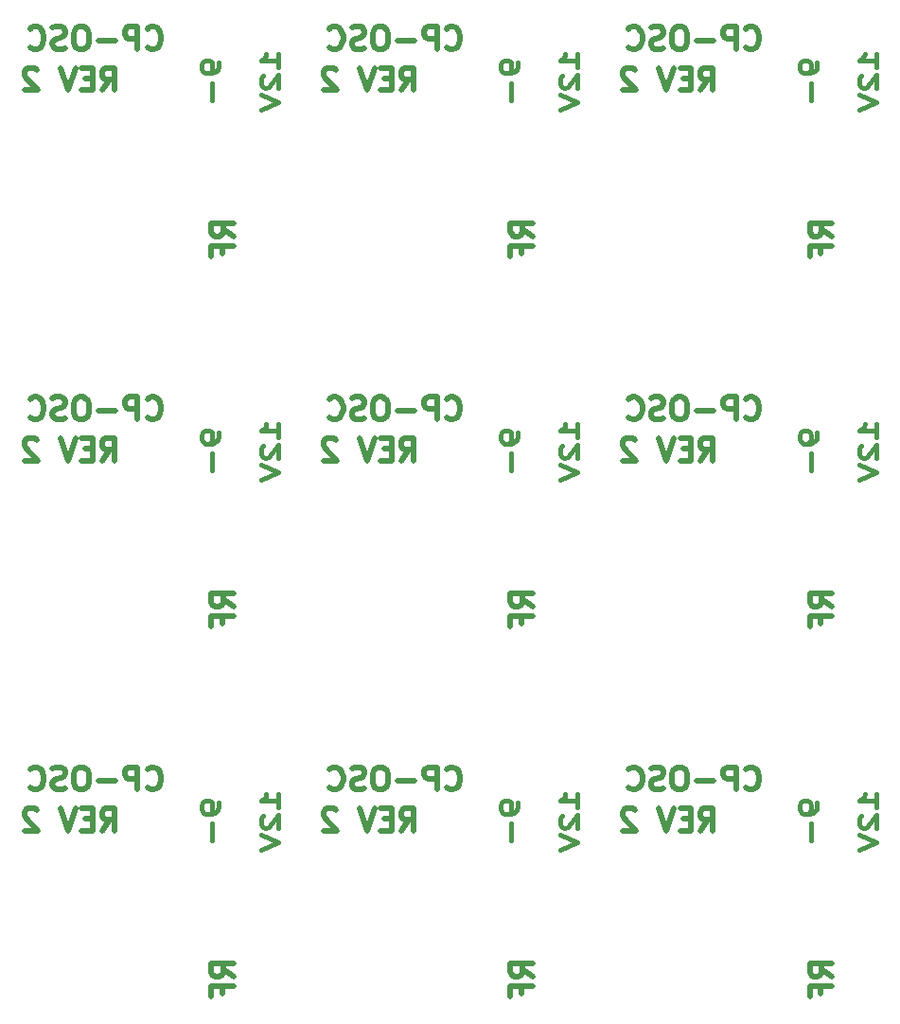
<source format=gbo>
%MOIN*%
%OFA0B0*%
%FSLAX46Y46*%
%IPPOS*%
%LPD*%
%ADD10C,0.01968503937007874*%
%ADD11C,0.015000000000000001*%
%ADD22C,0.01968503937007874*%
%ADD23C,0.015000000000000001*%
%ADD24C,0.01968503937007874*%
%ADD25C,0.015000000000000001*%
%ADD26C,0.01968503937007874*%
%ADD27C,0.015000000000000001*%
%ADD28C,0.01968503937007874*%
%ADD29C,0.015000000000000001*%
%ADD30C,0.01968503937007874*%
%ADD31C,0.015000000000000001*%
%ADD32C,0.01968503937007874*%
%ADD33C,0.015000000000000001*%
%ADD34C,0.01968503937007874*%
%ADD35C,0.015000000000000001*%
%ADD36C,0.01968503937007874*%
%ADD37C,0.015000000000000001*%
G01*
D10*
X0000781620Y0000360373D02*
X0000744125Y0000386620D01*
X0000781620Y0000405368D02*
X0000702880Y0000405368D01*
X0000702880Y0000375371D01*
X0000706629Y0000367872D01*
X0000710379Y0000364123D01*
X0000717878Y0000360373D01*
X0000729127Y0000360373D01*
X0000736626Y0000364123D01*
X0000740375Y0000367872D01*
X0000744125Y0000375371D01*
X0000744125Y0000405368D01*
X0000740375Y0000300381D02*
X0000740375Y0000326628D01*
X0000781620Y0000326628D02*
X0000702880Y0000326628D01*
X0000702880Y0000289132D01*
D11*
X0000729142Y0000971742D02*
X0000729142Y0000956743D01*
X0000726285Y0000949244D01*
X0000723428Y0000945495D01*
X0000714857Y0000937996D01*
X0000703428Y0000934246D01*
X0000680571Y0000934246D01*
X0000674857Y0000937996D01*
X0000672000Y0000941745D01*
X0000669142Y0000949244D01*
X0000669142Y0000964242D01*
X0000672000Y0000971742D01*
X0000674857Y0000975491D01*
X0000680571Y0000979241D01*
X0000694857Y0000979241D01*
X0000700571Y0000975491D01*
X0000703428Y0000971742D01*
X0000706285Y0000964242D01*
X0000706285Y0000949244D01*
X0000703428Y0000941745D01*
X0000700571Y0000937996D01*
X0000694857Y0000934246D01*
X0000706285Y0000900500D02*
X0000706285Y0000840508D01*
X0000939142Y0000956743D02*
X0000939142Y0001001738D01*
X0000939142Y0000979241D02*
X0000879142Y0000979241D01*
X0000887714Y0000986740D01*
X0000893428Y0000994239D01*
X0000896285Y0001001738D01*
X0000884857Y0000926747D02*
X0000882000Y0000922998D01*
X0000879142Y0000915499D01*
X0000879142Y0000896751D01*
X0000882000Y0000889252D01*
X0000884857Y0000885502D01*
X0000890571Y0000881753D01*
X0000896285Y0000881753D01*
X0000904857Y0000885502D01*
X0000939142Y0000930497D01*
X0000939142Y0000881753D01*
X0000879142Y0000859256D02*
X0000939142Y0000833009D01*
X0000879142Y0000806762D01*
D10*
X0000476852Y0001026878D02*
X0000480601Y0001023129D01*
X0000491850Y0001019379D01*
X0000499349Y0001019379D01*
X0000510598Y0001023129D01*
X0000518097Y0001030628D01*
X0000521846Y0001038127D01*
X0000525596Y0001053125D01*
X0000525596Y0001064373D01*
X0000521846Y0001079371D01*
X0000518097Y0001086871D01*
X0000510598Y0001094370D01*
X0000499349Y0001098119D01*
X0000491850Y0001098119D01*
X0000480601Y0001094370D01*
X0000476852Y0001090620D01*
X0000443106Y0001019379D02*
X0000443106Y0001098119D01*
X0000413110Y0001098119D01*
X0000405611Y0001094370D01*
X0000401861Y0001090620D01*
X0000398112Y0001083121D01*
X0000398112Y0001071872D01*
X0000401861Y0001064373D01*
X0000405611Y0001060624D01*
X0000413110Y0001056874D01*
X0000443106Y0001056874D01*
X0000364366Y0001049375D02*
X0000304373Y0001049375D01*
X0000251880Y0001098119D02*
X0000236882Y0001098119D01*
X0000229383Y0001094370D01*
X0000221884Y0001086871D01*
X0000218134Y0001071872D01*
X0000218134Y0001045626D01*
X0000221884Y0001030628D01*
X0000229383Y0001023129D01*
X0000236882Y0001019379D01*
X0000251880Y0001019379D01*
X0000259379Y0001023129D01*
X0000266878Y0001030628D01*
X0000270628Y0001045626D01*
X0000270628Y0001071872D01*
X0000266878Y0001086871D01*
X0000259379Y0001094370D01*
X0000251880Y0001098119D01*
X0000188138Y0001023129D02*
X0000176889Y0001019379D01*
X0000158142Y0001019379D01*
X0000150642Y0001023129D01*
X0000146893Y0001026878D01*
X0000143143Y0001034377D01*
X0000143143Y0001041876D01*
X0000146893Y0001049375D01*
X0000150642Y0001053125D01*
X0000158142Y0001056874D01*
X0000173140Y0001060624D01*
X0000180639Y0001064373D01*
X0000184388Y0001068123D01*
X0000188138Y0001075622D01*
X0000188138Y0001083121D01*
X0000184388Y0001090620D01*
X0000180639Y0001094370D01*
X0000173140Y0001098119D01*
X0000154392Y0001098119D01*
X0000143143Y0001094370D01*
X0000064403Y0001026878D02*
X0000068153Y0001023129D01*
X0000079401Y0001019379D01*
X0000086900Y0001019379D01*
X0000098149Y0001023129D01*
X0000105648Y0001030628D01*
X0000109398Y0001038127D01*
X0000113147Y0001053125D01*
X0000113147Y0001064373D01*
X0000109398Y0001079371D01*
X0000105648Y0001086871D01*
X0000098149Y0001094370D01*
X0000086900Y0001098119D01*
X0000079401Y0001098119D01*
X0000068153Y0001094370D01*
X0000064403Y0001090620D01*
X0000317485Y0000874379D02*
X0000343732Y0000911874D01*
X0000362480Y0000874379D02*
X0000362480Y0000953119D01*
X0000332484Y0000953119D01*
X0000324985Y0000949370D01*
X0000321235Y0000945620D01*
X0000317485Y0000938121D01*
X0000317485Y0000926872D01*
X0000321235Y0000919373D01*
X0000324985Y0000915624D01*
X0000332484Y0000911874D01*
X0000362480Y0000911874D01*
X0000283740Y0000915624D02*
X0000257493Y0000915624D01*
X0000246244Y0000874379D02*
X0000283740Y0000874379D01*
X0000283740Y0000953119D01*
X0000246244Y0000953119D01*
X0000223747Y0000953119D02*
X0000197500Y0000874379D01*
X0000171254Y0000953119D01*
X0000088764Y0000945620D02*
X0000085014Y0000949370D01*
X0000077515Y0000953119D01*
X0000058768Y0000953119D01*
X0000051269Y0000949370D01*
X0000047519Y0000945620D01*
X0000043770Y0000938121D01*
X0000043770Y0000930622D01*
X0000047519Y0000919373D01*
X0000092514Y0000874379D01*
X0000043770Y0000874379D01*
G04 next file*
G04 #@! TF.GenerationSoftware,KiCad,Pcbnew,(5.1.10)-1*
G04 #@! TF.CreationDate,2021-09-19T13:10:19-04:00*
G04 #@! TF.ProjectId,CP-OSC,43502d4f-5343-42e6-9b69-6361645f7063,1*
G04 #@! TF.SameCoordinates,PX8c7ecc0PY46649b0*
G04 #@! TF.FileFunction,Legend,Bot*
G04 #@! TF.FilePolarity,Positive*
G04 Gerber Fmt 4.6, Leading zero omitted, Abs format (unit mm)*
G04 Created by KiCad (PCBNEW (5.1.10)-1) date 2021-09-19 13:10:19*
G01*
G04 APERTURE LIST*
G04 APERTURE END LIST*
D22*
X0000781620Y0001664114D02*
X0000744125Y0001690360D01*
X0000781620Y0001709108D02*
X0000702880Y0001709108D01*
X0000702880Y0001679112D01*
X0000706629Y0001671613D01*
X0000710379Y0001667863D01*
X0000717878Y0001664114D01*
X0000729127Y0001664114D01*
X0000736626Y0001667863D01*
X0000740375Y0001671613D01*
X0000744125Y0001679112D01*
X0000744125Y0001709108D01*
X0000740375Y0001604121D02*
X0000740375Y0001630368D01*
X0000781620Y0001630368D02*
X0000702880Y0001630368D01*
X0000702880Y0001592872D01*
D23*
X0000729142Y0002275482D02*
X0000729142Y0002260484D01*
X0000726285Y0002252985D01*
X0000723428Y0002249235D01*
X0000714857Y0002241736D01*
X0000703428Y0002237986D01*
X0000680571Y0002237986D01*
X0000674857Y0002241736D01*
X0000672000Y0002245485D01*
X0000669142Y0002252985D01*
X0000669142Y0002267983D01*
X0000672000Y0002275482D01*
X0000674857Y0002279231D01*
X0000680571Y0002282981D01*
X0000694857Y0002282981D01*
X0000700571Y0002279231D01*
X0000703428Y0002275482D01*
X0000706285Y0002267983D01*
X0000706285Y0002252985D01*
X0000703428Y0002245485D01*
X0000700571Y0002241736D01*
X0000694857Y0002237986D01*
X0000706285Y0002204241D02*
X0000706285Y0002144248D01*
X0000939142Y0002260484D02*
X0000939142Y0002305478D01*
X0000939142Y0002282981D02*
X0000879142Y0002282981D01*
X0000887714Y0002290480D01*
X0000893428Y0002297979D01*
X0000896285Y0002305478D01*
X0000884857Y0002230487D02*
X0000882000Y0002226738D01*
X0000879142Y0002219239D01*
X0000879142Y0002200491D01*
X0000882000Y0002192992D01*
X0000884857Y0002189242D01*
X0000890571Y0002185493D01*
X0000896285Y0002185493D01*
X0000904857Y0002189242D01*
X0000939142Y0002234237D01*
X0000939142Y0002185493D01*
X0000879142Y0002162996D02*
X0000939142Y0002136749D01*
X0000879142Y0002110502D01*
D22*
X0000476852Y0002330618D02*
X0000480601Y0002326869D01*
X0000491850Y0002323119D01*
X0000499349Y0002323119D01*
X0000510598Y0002326869D01*
X0000518097Y0002334368D01*
X0000521846Y0002341867D01*
X0000525596Y0002356865D01*
X0000525596Y0002368114D01*
X0000521846Y0002383112D01*
X0000518097Y0002390611D01*
X0000510598Y0002398110D01*
X0000499349Y0002401859D01*
X0000491850Y0002401859D01*
X0000480601Y0002398110D01*
X0000476852Y0002394360D01*
X0000443106Y0002323119D02*
X0000443106Y0002401859D01*
X0000413110Y0002401859D01*
X0000405611Y0002398110D01*
X0000401861Y0002394360D01*
X0000398112Y0002386861D01*
X0000398112Y0002375613D01*
X0000401861Y0002368114D01*
X0000405611Y0002364364D01*
X0000413110Y0002360614D01*
X0000443106Y0002360614D01*
X0000364366Y0002353115D02*
X0000304373Y0002353115D01*
X0000251880Y0002401859D02*
X0000236882Y0002401859D01*
X0000229383Y0002398110D01*
X0000221884Y0002390611D01*
X0000218134Y0002375613D01*
X0000218134Y0002349366D01*
X0000221884Y0002334368D01*
X0000229383Y0002326869D01*
X0000236882Y0002323119D01*
X0000251880Y0002323119D01*
X0000259379Y0002326869D01*
X0000266878Y0002334368D01*
X0000270628Y0002349366D01*
X0000270628Y0002375613D01*
X0000266878Y0002390611D01*
X0000259379Y0002398110D01*
X0000251880Y0002401859D01*
X0000188138Y0002326869D02*
X0000176889Y0002323119D01*
X0000158142Y0002323119D01*
X0000150642Y0002326869D01*
X0000146893Y0002330618D01*
X0000143143Y0002338117D01*
X0000143143Y0002345616D01*
X0000146893Y0002353115D01*
X0000150642Y0002356865D01*
X0000158142Y0002360614D01*
X0000173140Y0002364364D01*
X0000180639Y0002368114D01*
X0000184388Y0002371863D01*
X0000188138Y0002379362D01*
X0000188138Y0002386861D01*
X0000184388Y0002394360D01*
X0000180639Y0002398110D01*
X0000173140Y0002401859D01*
X0000154392Y0002401859D01*
X0000143143Y0002398110D01*
X0000064403Y0002330618D02*
X0000068153Y0002326869D01*
X0000079401Y0002323119D01*
X0000086900Y0002323119D01*
X0000098149Y0002326869D01*
X0000105648Y0002334368D01*
X0000109398Y0002341867D01*
X0000113147Y0002356865D01*
X0000113147Y0002368114D01*
X0000109398Y0002383112D01*
X0000105648Y0002390611D01*
X0000098149Y0002398110D01*
X0000086900Y0002401859D01*
X0000079401Y0002401859D01*
X0000068153Y0002398110D01*
X0000064403Y0002394360D01*
X0000317485Y0002178119D02*
X0000343732Y0002215614D01*
X0000362480Y0002178119D02*
X0000362480Y0002256859D01*
X0000332484Y0002256859D01*
X0000324985Y0002253110D01*
X0000321235Y0002249360D01*
X0000317485Y0002241861D01*
X0000317485Y0002230613D01*
X0000321235Y0002223114D01*
X0000324985Y0002219364D01*
X0000332484Y0002215614D01*
X0000362480Y0002215614D01*
X0000283740Y0002219364D02*
X0000257493Y0002219364D01*
X0000246244Y0002178119D02*
X0000283740Y0002178119D01*
X0000283740Y0002256859D01*
X0000246244Y0002256859D01*
X0000223747Y0002256859D02*
X0000197500Y0002178119D01*
X0000171254Y0002256859D01*
X0000088764Y0002249360D02*
X0000085014Y0002253110D01*
X0000077515Y0002256859D01*
X0000058768Y0002256859D01*
X0000051269Y0002253110D01*
X0000047519Y0002249360D01*
X0000043770Y0002241861D01*
X0000043770Y0002234362D01*
X0000047519Y0002223114D01*
X0000092514Y0002178119D01*
X0000043770Y0002178119D01*
G04 next file*
G04 #@! TF.GenerationSoftware,KiCad,Pcbnew,(5.1.10)-1*
G04 #@! TF.CreationDate,2021-09-19T13:10:19-04:00*
G04 #@! TF.ProjectId,CP-OSC,43502d4f-5343-42e6-9b69-6361645f7063,1*
G04 #@! TF.SameCoordinates,PX8c7ecc0PY46649b0*
G04 #@! TF.FileFunction,Legend,Bot*
G04 #@! TF.FilePolarity,Positive*
G04 Gerber Fmt 4.6, Leading zero omitted, Abs format (unit mm)*
G04 Created by KiCad (PCBNEW (5.1.10)-1) date 2021-09-19 13:10:19*
G01*
G04 APERTURE LIST*
G04 APERTURE END LIST*
D24*
X0000781620Y0002967854D02*
X0000744125Y0002994100D01*
X0000781620Y0003012848D02*
X0000702880Y0003012848D01*
X0000702880Y0002982852D01*
X0000706629Y0002975353D01*
X0000710379Y0002971603D01*
X0000717878Y0002967854D01*
X0000729127Y0002967854D01*
X0000736626Y0002971603D01*
X0000740375Y0002975353D01*
X0000744125Y0002982852D01*
X0000744125Y0003012848D01*
X0000740375Y0002907861D02*
X0000740375Y0002934108D01*
X0000781620Y0002934108D02*
X0000702880Y0002934108D01*
X0000702880Y0002896613D01*
D25*
X0000729142Y0003579222D02*
X0000729142Y0003564224D01*
X0000726285Y0003556725D01*
X0000723428Y0003552975D01*
X0000714857Y0003545476D01*
X0000703428Y0003541727D01*
X0000680571Y0003541727D01*
X0000674857Y0003545476D01*
X0000672000Y0003549226D01*
X0000669142Y0003556725D01*
X0000669142Y0003571723D01*
X0000672000Y0003579222D01*
X0000674857Y0003582971D01*
X0000680571Y0003586721D01*
X0000694857Y0003586721D01*
X0000700571Y0003582971D01*
X0000703428Y0003579222D01*
X0000706285Y0003571723D01*
X0000706285Y0003556725D01*
X0000703428Y0003549226D01*
X0000700571Y0003545476D01*
X0000694857Y0003541727D01*
X0000706285Y0003507981D02*
X0000706285Y0003447988D01*
X0000939142Y0003564224D02*
X0000939142Y0003609218D01*
X0000939142Y0003586721D02*
X0000879142Y0003586721D01*
X0000887714Y0003594220D01*
X0000893428Y0003601719D01*
X0000896285Y0003609218D01*
X0000884857Y0003534227D02*
X0000882000Y0003530478D01*
X0000879142Y0003522979D01*
X0000879142Y0003504231D01*
X0000882000Y0003496732D01*
X0000884857Y0003492983D01*
X0000890571Y0003489233D01*
X0000896285Y0003489233D01*
X0000904857Y0003492983D01*
X0000939142Y0003537977D01*
X0000939142Y0003489233D01*
X0000879142Y0003466736D02*
X0000939142Y0003440489D01*
X0000879142Y0003414242D01*
D24*
X0000476852Y0003634358D02*
X0000480601Y0003630609D01*
X0000491850Y0003626859D01*
X0000499349Y0003626859D01*
X0000510598Y0003630609D01*
X0000518097Y0003638108D01*
X0000521846Y0003645607D01*
X0000525596Y0003660605D01*
X0000525596Y0003671854D01*
X0000521846Y0003686852D01*
X0000518097Y0003694351D01*
X0000510598Y0003701850D01*
X0000499349Y0003705599D01*
X0000491850Y0003705599D01*
X0000480601Y0003701850D01*
X0000476852Y0003698100D01*
X0000443106Y0003626859D02*
X0000443106Y0003705599D01*
X0000413110Y0003705599D01*
X0000405611Y0003701850D01*
X0000401861Y0003698100D01*
X0000398112Y0003690601D01*
X0000398112Y0003679353D01*
X0000401861Y0003671854D01*
X0000405611Y0003668104D01*
X0000413110Y0003664355D01*
X0000443106Y0003664355D01*
X0000364366Y0003656856D02*
X0000304373Y0003656856D01*
X0000251880Y0003705599D02*
X0000236882Y0003705599D01*
X0000229383Y0003701850D01*
X0000221884Y0003694351D01*
X0000218134Y0003679353D01*
X0000218134Y0003653106D01*
X0000221884Y0003638108D01*
X0000229383Y0003630609D01*
X0000236882Y0003626859D01*
X0000251880Y0003626859D01*
X0000259379Y0003630609D01*
X0000266878Y0003638108D01*
X0000270628Y0003653106D01*
X0000270628Y0003679353D01*
X0000266878Y0003694351D01*
X0000259379Y0003701850D01*
X0000251880Y0003705599D01*
X0000188138Y0003630609D02*
X0000176889Y0003626859D01*
X0000158142Y0003626859D01*
X0000150642Y0003630609D01*
X0000146893Y0003634358D01*
X0000143143Y0003641857D01*
X0000143143Y0003649356D01*
X0000146893Y0003656856D01*
X0000150642Y0003660605D01*
X0000158142Y0003664355D01*
X0000173140Y0003668104D01*
X0000180639Y0003671854D01*
X0000184388Y0003675603D01*
X0000188138Y0003683102D01*
X0000188138Y0003690601D01*
X0000184388Y0003698100D01*
X0000180639Y0003701850D01*
X0000173140Y0003705599D01*
X0000154392Y0003705599D01*
X0000143143Y0003701850D01*
X0000064403Y0003634358D02*
X0000068153Y0003630609D01*
X0000079401Y0003626859D01*
X0000086900Y0003626859D01*
X0000098149Y0003630609D01*
X0000105648Y0003638108D01*
X0000109398Y0003645607D01*
X0000113147Y0003660605D01*
X0000113147Y0003671854D01*
X0000109398Y0003686852D01*
X0000105648Y0003694351D01*
X0000098149Y0003701850D01*
X0000086900Y0003705599D01*
X0000079401Y0003705599D01*
X0000068153Y0003701850D01*
X0000064403Y0003698100D01*
X0000317485Y0003481859D02*
X0000343732Y0003519355D01*
X0000362480Y0003481859D02*
X0000362480Y0003560599D01*
X0000332484Y0003560599D01*
X0000324985Y0003556850D01*
X0000321235Y0003553100D01*
X0000317485Y0003545601D01*
X0000317485Y0003534353D01*
X0000321235Y0003526854D01*
X0000324985Y0003523104D01*
X0000332484Y0003519355D01*
X0000362480Y0003519355D01*
X0000283740Y0003523104D02*
X0000257493Y0003523104D01*
X0000246244Y0003481859D02*
X0000283740Y0003481859D01*
X0000283740Y0003560599D01*
X0000246244Y0003560599D01*
X0000223747Y0003560599D02*
X0000197500Y0003481859D01*
X0000171254Y0003560599D01*
X0000088764Y0003553100D02*
X0000085014Y0003556850D01*
X0000077515Y0003560599D01*
X0000058768Y0003560599D01*
X0000051269Y0003556850D01*
X0000047519Y0003553100D01*
X0000043770Y0003545601D01*
X0000043770Y0003538102D01*
X0000047519Y0003526854D01*
X0000092514Y0003481859D01*
X0000043770Y0003481859D01*
G04 next file*
G04 #@! TF.GenerationSoftware,KiCad,Pcbnew,(5.1.10)-1*
G04 #@! TF.CreationDate,2021-09-19T13:10:19-04:00*
G04 #@! TF.ProjectId,CP-OSC,43502d4f-5343-42e6-9b69-6361645f7063,1*
G04 #@! TF.SameCoordinates,PX8c7ecc0PY46649b0*
G04 #@! TF.FileFunction,Legend,Bot*
G04 #@! TF.FilePolarity,Positive*
G04 Gerber Fmt 4.6, Leading zero omitted, Abs format (unit mm)*
G04 Created by KiCad (PCBNEW (5.1.10)-1) date 2021-09-19 13:10:19*
G01*
G04 APERTURE LIST*
G04 APERTURE END LIST*
D26*
X0001835360Y0000360373D02*
X0001797865Y0000386620D01*
X0001835360Y0000405368D02*
X0001756620Y0000405368D01*
X0001756620Y0000375371D01*
X0001760370Y0000367872D01*
X0001764119Y0000364123D01*
X0001771618Y0000360373D01*
X0001782867Y0000360373D01*
X0001790366Y0000364123D01*
X0001794115Y0000367872D01*
X0001797865Y0000375371D01*
X0001797865Y0000405368D01*
X0001794115Y0000300381D02*
X0001794115Y0000326628D01*
X0001835360Y0000326628D02*
X0001756620Y0000326628D01*
X0001756620Y0000289132D01*
D27*
X0001782882Y0000971742D02*
X0001782882Y0000956743D01*
X0001780025Y0000949244D01*
X0001777168Y0000945495D01*
X0001768597Y0000937996D01*
X0001757168Y0000934246D01*
X0001734311Y0000934246D01*
X0001728597Y0000937996D01*
X0001725740Y0000941745D01*
X0001722882Y0000949244D01*
X0001722882Y0000964242D01*
X0001725740Y0000971742D01*
X0001728597Y0000975491D01*
X0001734311Y0000979241D01*
X0001748597Y0000979241D01*
X0001754311Y0000975491D01*
X0001757168Y0000971742D01*
X0001760025Y0000964242D01*
X0001760025Y0000949244D01*
X0001757168Y0000941745D01*
X0001754311Y0000937996D01*
X0001748597Y0000934246D01*
X0001760025Y0000900500D02*
X0001760025Y0000840508D01*
X0001992882Y0000956743D02*
X0001992882Y0001001738D01*
X0001992882Y0000979241D02*
X0001932882Y0000979241D01*
X0001941454Y0000986740D01*
X0001947168Y0000994239D01*
X0001950025Y0001001738D01*
X0001938597Y0000926747D02*
X0001935740Y0000922998D01*
X0001932882Y0000915499D01*
X0001932882Y0000896751D01*
X0001935740Y0000889252D01*
X0001938597Y0000885502D01*
X0001944311Y0000881753D01*
X0001950025Y0000881753D01*
X0001958597Y0000885502D01*
X0001992882Y0000930497D01*
X0001992882Y0000881753D01*
X0001932882Y0000859256D02*
X0001992882Y0000833009D01*
X0001932882Y0000806762D01*
D26*
X0001530592Y0001026878D02*
X0001534341Y0001023129D01*
X0001545590Y0001019379D01*
X0001553089Y0001019379D01*
X0001564338Y0001023129D01*
X0001571837Y0001030628D01*
X0001575586Y0001038127D01*
X0001579336Y0001053125D01*
X0001579336Y0001064373D01*
X0001575586Y0001079371D01*
X0001571837Y0001086871D01*
X0001564338Y0001094370D01*
X0001553089Y0001098119D01*
X0001545590Y0001098119D01*
X0001534341Y0001094370D01*
X0001530592Y0001090620D01*
X0001496846Y0001019379D02*
X0001496846Y0001098119D01*
X0001466850Y0001098119D01*
X0001459351Y0001094370D01*
X0001455601Y0001090620D01*
X0001451852Y0001083121D01*
X0001451852Y0001071872D01*
X0001455601Y0001064373D01*
X0001459351Y0001060624D01*
X0001466850Y0001056874D01*
X0001496846Y0001056874D01*
X0001418106Y0001049375D02*
X0001358113Y0001049375D01*
X0001305620Y0001098119D02*
X0001290622Y0001098119D01*
X0001283123Y0001094370D01*
X0001275624Y0001086871D01*
X0001271874Y0001071872D01*
X0001271874Y0001045626D01*
X0001275624Y0001030628D01*
X0001283123Y0001023129D01*
X0001290622Y0001019379D01*
X0001305620Y0001019379D01*
X0001313119Y0001023129D01*
X0001320618Y0001030628D01*
X0001324368Y0001045626D01*
X0001324368Y0001071872D01*
X0001320618Y0001086871D01*
X0001313119Y0001094370D01*
X0001305620Y0001098119D01*
X0001241878Y0001023129D02*
X0001230629Y0001019379D01*
X0001211882Y0001019379D01*
X0001204383Y0001023129D01*
X0001200633Y0001026878D01*
X0001196884Y0001034377D01*
X0001196884Y0001041876D01*
X0001200633Y0001049375D01*
X0001204383Y0001053125D01*
X0001211882Y0001056874D01*
X0001226880Y0001060624D01*
X0001234379Y0001064373D01*
X0001238128Y0001068123D01*
X0001241878Y0001075622D01*
X0001241878Y0001083121D01*
X0001238128Y0001090620D01*
X0001234379Y0001094370D01*
X0001226880Y0001098119D01*
X0001208132Y0001098119D01*
X0001196884Y0001094370D01*
X0001118143Y0001026878D02*
X0001121893Y0001023129D01*
X0001133142Y0001019379D01*
X0001140641Y0001019379D01*
X0001151889Y0001023129D01*
X0001159388Y0001030628D01*
X0001163138Y0001038127D01*
X0001166887Y0001053125D01*
X0001166887Y0001064373D01*
X0001163138Y0001079371D01*
X0001159388Y0001086871D01*
X0001151889Y0001094370D01*
X0001140641Y0001098119D01*
X0001133142Y0001098119D01*
X0001121893Y0001094370D01*
X0001118143Y0001090620D01*
X0001371226Y0000874379D02*
X0001397472Y0000911874D01*
X0001416220Y0000874379D02*
X0001416220Y0000953119D01*
X0001386224Y0000953119D01*
X0001378725Y0000949370D01*
X0001374975Y0000945620D01*
X0001371226Y0000938121D01*
X0001371226Y0000926872D01*
X0001374975Y0000919373D01*
X0001378725Y0000915624D01*
X0001386224Y0000911874D01*
X0001416220Y0000911874D01*
X0001337480Y0000915624D02*
X0001311233Y0000915624D01*
X0001299985Y0000874379D02*
X0001337480Y0000874379D01*
X0001337480Y0000953119D01*
X0001299985Y0000953119D01*
X0001277487Y0000953119D02*
X0001251241Y0000874379D01*
X0001224994Y0000953119D01*
X0001142504Y0000945620D02*
X0001138755Y0000949370D01*
X0001131256Y0000953119D01*
X0001112508Y0000953119D01*
X0001105009Y0000949370D01*
X0001101259Y0000945620D01*
X0001097510Y0000938121D01*
X0001097510Y0000930622D01*
X0001101259Y0000919373D01*
X0001146254Y0000874379D01*
X0001097510Y0000874379D01*
G04 next file*
G04 #@! TF.GenerationSoftware,KiCad,Pcbnew,(5.1.10)-1*
G04 #@! TF.CreationDate,2021-09-19T13:10:19-04:00*
G04 #@! TF.ProjectId,CP-OSC,43502d4f-5343-42e6-9b69-6361645f7063,1*
G04 #@! TF.SameCoordinates,PX8c7ecc0PY46649b0*
G04 #@! TF.FileFunction,Legend,Bot*
G04 #@! TF.FilePolarity,Positive*
G04 Gerber Fmt 4.6, Leading zero omitted, Abs format (unit mm)*
G04 Created by KiCad (PCBNEW (5.1.10)-1) date 2021-09-19 13:10:19*
G01*
G04 APERTURE LIST*
G04 APERTURE END LIST*
D28*
X0002889100Y0000360373D02*
X0002851605Y0000386620D01*
X0002889100Y0000405368D02*
X0002810360Y0000405368D01*
X0002810360Y0000375371D01*
X0002814110Y0000367872D01*
X0002817859Y0000364123D01*
X0002825358Y0000360373D01*
X0002836607Y0000360373D01*
X0002844106Y0000364123D01*
X0002847855Y0000367872D01*
X0002851605Y0000375371D01*
X0002851605Y0000405368D01*
X0002847855Y0000300381D02*
X0002847855Y0000326628D01*
X0002889100Y0000326628D02*
X0002810360Y0000326628D01*
X0002810360Y0000289132D01*
D29*
X0002836623Y0000971742D02*
X0002836623Y0000956743D01*
X0002833766Y0000949244D01*
X0002830908Y0000945495D01*
X0002822337Y0000937996D01*
X0002810908Y0000934246D01*
X0002788051Y0000934246D01*
X0002782337Y0000937996D01*
X0002779480Y0000941745D01*
X0002776623Y0000949244D01*
X0002776623Y0000964242D01*
X0002779480Y0000971742D01*
X0002782337Y0000975491D01*
X0002788051Y0000979241D01*
X0002802337Y0000979241D01*
X0002808051Y0000975491D01*
X0002810908Y0000971742D01*
X0002813766Y0000964242D01*
X0002813766Y0000949244D01*
X0002810908Y0000941745D01*
X0002808051Y0000937996D01*
X0002802337Y0000934246D01*
X0002813766Y0000900500D02*
X0002813766Y0000840508D01*
X0003046623Y0000956743D02*
X0003046623Y0001001738D01*
X0003046623Y0000979241D02*
X0002986623Y0000979241D01*
X0002995194Y0000986740D01*
X0003000908Y0000994239D01*
X0003003766Y0001001738D01*
X0002992337Y0000926747D02*
X0002989480Y0000922998D01*
X0002986623Y0000915499D01*
X0002986623Y0000896751D01*
X0002989480Y0000889252D01*
X0002992337Y0000885502D01*
X0002998051Y0000881753D01*
X0003003766Y0000881753D01*
X0003012337Y0000885502D01*
X0003046623Y0000930497D01*
X0003046623Y0000881753D01*
X0002986623Y0000859256D02*
X0003046623Y0000833009D01*
X0002986623Y0000806762D01*
D28*
X0002584332Y0001026878D02*
X0002588082Y0001023129D01*
X0002599330Y0001019379D01*
X0002606829Y0001019379D01*
X0002618078Y0001023129D01*
X0002625577Y0001030628D01*
X0002629326Y0001038127D01*
X0002633076Y0001053125D01*
X0002633076Y0001064373D01*
X0002629326Y0001079371D01*
X0002625577Y0001086871D01*
X0002618078Y0001094370D01*
X0002606829Y0001098119D01*
X0002599330Y0001098119D01*
X0002588082Y0001094370D01*
X0002584332Y0001090620D01*
X0002550586Y0001019379D02*
X0002550586Y0001098119D01*
X0002520590Y0001098119D01*
X0002513091Y0001094370D01*
X0002509341Y0001090620D01*
X0002505592Y0001083121D01*
X0002505592Y0001071872D01*
X0002509341Y0001064373D01*
X0002513091Y0001060624D01*
X0002520590Y0001056874D01*
X0002550586Y0001056874D01*
X0002471846Y0001049375D02*
X0002411854Y0001049375D01*
X0002359360Y0001098119D02*
X0002344362Y0001098119D01*
X0002336863Y0001094370D01*
X0002329364Y0001086871D01*
X0002325614Y0001071872D01*
X0002325614Y0001045626D01*
X0002329364Y0001030628D01*
X0002336863Y0001023129D01*
X0002344362Y0001019379D01*
X0002359360Y0001019379D01*
X0002366859Y0001023129D01*
X0002374358Y0001030628D01*
X0002378108Y0001045626D01*
X0002378108Y0001071872D01*
X0002374358Y0001086871D01*
X0002366859Y0001094370D01*
X0002359360Y0001098119D01*
X0002295618Y0001023129D02*
X0002284370Y0001019379D01*
X0002265622Y0001019379D01*
X0002258123Y0001023129D01*
X0002254373Y0001026878D01*
X0002250624Y0001034377D01*
X0002250624Y0001041876D01*
X0002254373Y0001049375D01*
X0002258123Y0001053125D01*
X0002265622Y0001056874D01*
X0002280620Y0001060624D01*
X0002288119Y0001064373D01*
X0002291869Y0001068123D01*
X0002295618Y0001075622D01*
X0002295618Y0001083121D01*
X0002291869Y0001090620D01*
X0002288119Y0001094370D01*
X0002280620Y0001098119D01*
X0002261872Y0001098119D01*
X0002250624Y0001094370D01*
X0002171884Y0001026878D02*
X0002175633Y0001023129D01*
X0002186882Y0001019379D01*
X0002194381Y0001019379D01*
X0002205629Y0001023129D01*
X0002213128Y0001030628D01*
X0002216878Y0001038127D01*
X0002220628Y0001053125D01*
X0002220628Y0001064373D01*
X0002216878Y0001079371D01*
X0002213128Y0001086871D01*
X0002205629Y0001094370D01*
X0002194381Y0001098119D01*
X0002186882Y0001098119D01*
X0002175633Y0001094370D01*
X0002171884Y0001090620D01*
X0002424966Y0000874379D02*
X0002451212Y0000911874D01*
X0002469960Y0000874379D02*
X0002469960Y0000953119D01*
X0002439964Y0000953119D01*
X0002432465Y0000949370D01*
X0002428715Y0000945620D01*
X0002424966Y0000938121D01*
X0002424966Y0000926872D01*
X0002428715Y0000919373D01*
X0002432465Y0000915624D01*
X0002439964Y0000911874D01*
X0002469960Y0000911874D01*
X0002391220Y0000915624D02*
X0002364973Y0000915624D01*
X0002353725Y0000874379D02*
X0002391220Y0000874379D01*
X0002391220Y0000953119D01*
X0002353725Y0000953119D01*
X0002331227Y0000953119D02*
X0002304981Y0000874379D01*
X0002278734Y0000953119D01*
X0002196244Y0000945620D02*
X0002192495Y0000949370D01*
X0002184996Y0000953119D01*
X0002166248Y0000953119D01*
X0002158749Y0000949370D01*
X0002155000Y0000945620D01*
X0002151250Y0000938121D01*
X0002151250Y0000930622D01*
X0002155000Y0000919373D01*
X0002199994Y0000874379D01*
X0002151250Y0000874379D01*
G04 next file*
G04 #@! TF.GenerationSoftware,KiCad,Pcbnew,(5.1.10)-1*
G04 #@! TF.CreationDate,2021-09-19T13:10:19-04:00*
G04 #@! TF.ProjectId,CP-OSC,43502d4f-5343-42e6-9b69-6361645f7063,1*
G04 #@! TF.SameCoordinates,PX8c7ecc0PY46649b0*
G04 #@! TF.FileFunction,Legend,Bot*
G04 #@! TF.FilePolarity,Positive*
G04 Gerber Fmt 4.6, Leading zero omitted, Abs format (unit mm)*
G04 Created by KiCad (PCBNEW (5.1.10)-1) date 2021-09-19 13:10:19*
G01*
G04 APERTURE LIST*
G04 APERTURE END LIST*
D30*
X0001835360Y0001664114D02*
X0001797865Y0001690360D01*
X0001835360Y0001709108D02*
X0001756620Y0001709108D01*
X0001756620Y0001679112D01*
X0001760370Y0001671613D01*
X0001764119Y0001667863D01*
X0001771618Y0001664114D01*
X0001782867Y0001664114D01*
X0001790366Y0001667863D01*
X0001794115Y0001671613D01*
X0001797865Y0001679112D01*
X0001797865Y0001709108D01*
X0001794115Y0001604121D02*
X0001794115Y0001630368D01*
X0001835360Y0001630368D02*
X0001756620Y0001630368D01*
X0001756620Y0001592872D01*
D31*
X0001782882Y0002275482D02*
X0001782882Y0002260484D01*
X0001780025Y0002252985D01*
X0001777168Y0002249235D01*
X0001768597Y0002241736D01*
X0001757168Y0002237986D01*
X0001734311Y0002237986D01*
X0001728597Y0002241736D01*
X0001725740Y0002245485D01*
X0001722882Y0002252985D01*
X0001722882Y0002267983D01*
X0001725740Y0002275482D01*
X0001728597Y0002279231D01*
X0001734311Y0002282981D01*
X0001748597Y0002282981D01*
X0001754311Y0002279231D01*
X0001757168Y0002275482D01*
X0001760025Y0002267983D01*
X0001760025Y0002252985D01*
X0001757168Y0002245485D01*
X0001754311Y0002241736D01*
X0001748597Y0002237986D01*
X0001760025Y0002204241D02*
X0001760025Y0002144248D01*
X0001992882Y0002260484D02*
X0001992882Y0002305478D01*
X0001992882Y0002282981D02*
X0001932882Y0002282981D01*
X0001941454Y0002290480D01*
X0001947168Y0002297979D01*
X0001950025Y0002305478D01*
X0001938597Y0002230487D02*
X0001935740Y0002226738D01*
X0001932882Y0002219239D01*
X0001932882Y0002200491D01*
X0001935740Y0002192992D01*
X0001938597Y0002189242D01*
X0001944311Y0002185493D01*
X0001950025Y0002185493D01*
X0001958597Y0002189242D01*
X0001992882Y0002234237D01*
X0001992882Y0002185493D01*
X0001932882Y0002162996D02*
X0001992882Y0002136749D01*
X0001932882Y0002110502D01*
D30*
X0001530592Y0002330618D02*
X0001534341Y0002326869D01*
X0001545590Y0002323119D01*
X0001553089Y0002323119D01*
X0001564338Y0002326869D01*
X0001571837Y0002334368D01*
X0001575586Y0002341867D01*
X0001579336Y0002356865D01*
X0001579336Y0002368114D01*
X0001575586Y0002383112D01*
X0001571837Y0002390611D01*
X0001564338Y0002398110D01*
X0001553089Y0002401859D01*
X0001545590Y0002401859D01*
X0001534341Y0002398110D01*
X0001530592Y0002394360D01*
X0001496846Y0002323119D02*
X0001496846Y0002401859D01*
X0001466850Y0002401859D01*
X0001459351Y0002398110D01*
X0001455601Y0002394360D01*
X0001451852Y0002386861D01*
X0001451852Y0002375613D01*
X0001455601Y0002368114D01*
X0001459351Y0002364364D01*
X0001466850Y0002360614D01*
X0001496846Y0002360614D01*
X0001418106Y0002353115D02*
X0001358113Y0002353115D01*
X0001305620Y0002401859D02*
X0001290622Y0002401859D01*
X0001283123Y0002398110D01*
X0001275624Y0002390611D01*
X0001271874Y0002375613D01*
X0001271874Y0002349366D01*
X0001275624Y0002334368D01*
X0001283123Y0002326869D01*
X0001290622Y0002323119D01*
X0001305620Y0002323119D01*
X0001313119Y0002326869D01*
X0001320618Y0002334368D01*
X0001324368Y0002349366D01*
X0001324368Y0002375613D01*
X0001320618Y0002390611D01*
X0001313119Y0002398110D01*
X0001305620Y0002401859D01*
X0001241878Y0002326869D02*
X0001230629Y0002323119D01*
X0001211882Y0002323119D01*
X0001204383Y0002326869D01*
X0001200633Y0002330618D01*
X0001196884Y0002338117D01*
X0001196884Y0002345616D01*
X0001200633Y0002353115D01*
X0001204383Y0002356865D01*
X0001211882Y0002360614D01*
X0001226880Y0002364364D01*
X0001234379Y0002368114D01*
X0001238128Y0002371863D01*
X0001241878Y0002379362D01*
X0001241878Y0002386861D01*
X0001238128Y0002394360D01*
X0001234379Y0002398110D01*
X0001226880Y0002401859D01*
X0001208132Y0002401859D01*
X0001196884Y0002398110D01*
X0001118143Y0002330618D02*
X0001121893Y0002326869D01*
X0001133142Y0002323119D01*
X0001140641Y0002323119D01*
X0001151889Y0002326869D01*
X0001159388Y0002334368D01*
X0001163138Y0002341867D01*
X0001166887Y0002356865D01*
X0001166887Y0002368114D01*
X0001163138Y0002383112D01*
X0001159388Y0002390611D01*
X0001151889Y0002398110D01*
X0001140641Y0002401859D01*
X0001133142Y0002401859D01*
X0001121893Y0002398110D01*
X0001118143Y0002394360D01*
X0001371226Y0002178119D02*
X0001397472Y0002215614D01*
X0001416220Y0002178119D02*
X0001416220Y0002256859D01*
X0001386224Y0002256859D01*
X0001378725Y0002253110D01*
X0001374975Y0002249360D01*
X0001371226Y0002241861D01*
X0001371226Y0002230613D01*
X0001374975Y0002223114D01*
X0001378725Y0002219364D01*
X0001386224Y0002215614D01*
X0001416220Y0002215614D01*
X0001337480Y0002219364D02*
X0001311233Y0002219364D01*
X0001299985Y0002178119D02*
X0001337480Y0002178119D01*
X0001337480Y0002256859D01*
X0001299985Y0002256859D01*
X0001277487Y0002256859D02*
X0001251241Y0002178119D01*
X0001224994Y0002256859D01*
X0001142504Y0002249360D02*
X0001138755Y0002253110D01*
X0001131256Y0002256859D01*
X0001112508Y0002256859D01*
X0001105009Y0002253110D01*
X0001101259Y0002249360D01*
X0001097510Y0002241861D01*
X0001097510Y0002234362D01*
X0001101259Y0002223114D01*
X0001146254Y0002178119D01*
X0001097510Y0002178119D01*
G04 next file*
G04 #@! TF.GenerationSoftware,KiCad,Pcbnew,(5.1.10)-1*
G04 #@! TF.CreationDate,2021-09-19T13:10:19-04:00*
G04 #@! TF.ProjectId,CP-OSC,43502d4f-5343-42e6-9b69-6361645f7063,1*
G04 #@! TF.SameCoordinates,PX8c7ecc0PY46649b0*
G04 #@! TF.FileFunction,Legend,Bot*
G04 #@! TF.FilePolarity,Positive*
G04 Gerber Fmt 4.6, Leading zero omitted, Abs format (unit mm)*
G04 Created by KiCad (PCBNEW (5.1.10)-1) date 2021-09-19 13:10:19*
G01*
G04 APERTURE LIST*
G04 APERTURE END LIST*
D32*
X0001835360Y0002967854D02*
X0001797865Y0002994100D01*
X0001835360Y0003012848D02*
X0001756620Y0003012848D01*
X0001756620Y0002982852D01*
X0001760370Y0002975353D01*
X0001764119Y0002971603D01*
X0001771618Y0002967854D01*
X0001782867Y0002967854D01*
X0001790366Y0002971603D01*
X0001794115Y0002975353D01*
X0001797865Y0002982852D01*
X0001797865Y0003012848D01*
X0001794115Y0002907861D02*
X0001794115Y0002934108D01*
X0001835360Y0002934108D02*
X0001756620Y0002934108D01*
X0001756620Y0002896613D01*
D33*
X0001782882Y0003579222D02*
X0001782882Y0003564224D01*
X0001780025Y0003556725D01*
X0001777168Y0003552975D01*
X0001768597Y0003545476D01*
X0001757168Y0003541727D01*
X0001734311Y0003541727D01*
X0001728597Y0003545476D01*
X0001725740Y0003549226D01*
X0001722882Y0003556725D01*
X0001722882Y0003571723D01*
X0001725740Y0003579222D01*
X0001728597Y0003582971D01*
X0001734311Y0003586721D01*
X0001748597Y0003586721D01*
X0001754311Y0003582971D01*
X0001757168Y0003579222D01*
X0001760025Y0003571723D01*
X0001760025Y0003556725D01*
X0001757168Y0003549226D01*
X0001754311Y0003545476D01*
X0001748597Y0003541727D01*
X0001760025Y0003507981D02*
X0001760025Y0003447988D01*
X0001992882Y0003564224D02*
X0001992882Y0003609218D01*
X0001992882Y0003586721D02*
X0001932882Y0003586721D01*
X0001941454Y0003594220D01*
X0001947168Y0003601719D01*
X0001950025Y0003609218D01*
X0001938597Y0003534227D02*
X0001935740Y0003530478D01*
X0001932882Y0003522979D01*
X0001932882Y0003504231D01*
X0001935740Y0003496732D01*
X0001938597Y0003492983D01*
X0001944311Y0003489233D01*
X0001950025Y0003489233D01*
X0001958597Y0003492983D01*
X0001992882Y0003537977D01*
X0001992882Y0003489233D01*
X0001932882Y0003466736D02*
X0001992882Y0003440489D01*
X0001932882Y0003414242D01*
D32*
X0001530592Y0003634358D02*
X0001534341Y0003630609D01*
X0001545590Y0003626859D01*
X0001553089Y0003626859D01*
X0001564338Y0003630609D01*
X0001571837Y0003638108D01*
X0001575586Y0003645607D01*
X0001579336Y0003660605D01*
X0001579336Y0003671854D01*
X0001575586Y0003686852D01*
X0001571837Y0003694351D01*
X0001564338Y0003701850D01*
X0001553089Y0003705599D01*
X0001545590Y0003705599D01*
X0001534341Y0003701850D01*
X0001530592Y0003698100D01*
X0001496846Y0003626859D02*
X0001496846Y0003705599D01*
X0001466850Y0003705599D01*
X0001459351Y0003701850D01*
X0001455601Y0003698100D01*
X0001451852Y0003690601D01*
X0001451852Y0003679353D01*
X0001455601Y0003671854D01*
X0001459351Y0003668104D01*
X0001466850Y0003664355D01*
X0001496846Y0003664355D01*
X0001418106Y0003656856D02*
X0001358113Y0003656856D01*
X0001305620Y0003705599D02*
X0001290622Y0003705599D01*
X0001283123Y0003701850D01*
X0001275624Y0003694351D01*
X0001271874Y0003679353D01*
X0001271874Y0003653106D01*
X0001275624Y0003638108D01*
X0001283123Y0003630609D01*
X0001290622Y0003626859D01*
X0001305620Y0003626859D01*
X0001313119Y0003630609D01*
X0001320618Y0003638108D01*
X0001324368Y0003653106D01*
X0001324368Y0003679353D01*
X0001320618Y0003694351D01*
X0001313119Y0003701850D01*
X0001305620Y0003705599D01*
X0001241878Y0003630609D02*
X0001230629Y0003626859D01*
X0001211882Y0003626859D01*
X0001204383Y0003630609D01*
X0001200633Y0003634358D01*
X0001196884Y0003641857D01*
X0001196884Y0003649356D01*
X0001200633Y0003656856D01*
X0001204383Y0003660605D01*
X0001211882Y0003664355D01*
X0001226880Y0003668104D01*
X0001234379Y0003671854D01*
X0001238128Y0003675603D01*
X0001241878Y0003683102D01*
X0001241878Y0003690601D01*
X0001238128Y0003698100D01*
X0001234379Y0003701850D01*
X0001226880Y0003705599D01*
X0001208132Y0003705599D01*
X0001196884Y0003701850D01*
X0001118143Y0003634358D02*
X0001121893Y0003630609D01*
X0001133142Y0003626859D01*
X0001140641Y0003626859D01*
X0001151889Y0003630609D01*
X0001159388Y0003638108D01*
X0001163138Y0003645607D01*
X0001166887Y0003660605D01*
X0001166887Y0003671854D01*
X0001163138Y0003686852D01*
X0001159388Y0003694351D01*
X0001151889Y0003701850D01*
X0001140641Y0003705599D01*
X0001133142Y0003705599D01*
X0001121893Y0003701850D01*
X0001118143Y0003698100D01*
X0001371226Y0003481859D02*
X0001397472Y0003519355D01*
X0001416220Y0003481859D02*
X0001416220Y0003560599D01*
X0001386224Y0003560599D01*
X0001378725Y0003556850D01*
X0001374975Y0003553100D01*
X0001371226Y0003545601D01*
X0001371226Y0003534353D01*
X0001374975Y0003526854D01*
X0001378725Y0003523104D01*
X0001386224Y0003519355D01*
X0001416220Y0003519355D01*
X0001337480Y0003523104D02*
X0001311233Y0003523104D01*
X0001299985Y0003481859D02*
X0001337480Y0003481859D01*
X0001337480Y0003560599D01*
X0001299985Y0003560599D01*
X0001277487Y0003560599D02*
X0001251241Y0003481859D01*
X0001224994Y0003560599D01*
X0001142504Y0003553100D02*
X0001138755Y0003556850D01*
X0001131256Y0003560599D01*
X0001112508Y0003560599D01*
X0001105009Y0003556850D01*
X0001101259Y0003553100D01*
X0001097510Y0003545601D01*
X0001097510Y0003538102D01*
X0001101259Y0003526854D01*
X0001146254Y0003481859D01*
X0001097510Y0003481859D01*
G04 next file*
G04 #@! TF.GenerationSoftware,KiCad,Pcbnew,(5.1.10)-1*
G04 #@! TF.CreationDate,2021-09-19T13:10:19-04:00*
G04 #@! TF.ProjectId,CP-OSC,43502d4f-5343-42e6-9b69-6361645f7063,1*
G04 #@! TF.SameCoordinates,PX8c7ecc0PY46649b0*
G04 #@! TF.FileFunction,Legend,Bot*
G04 #@! TF.FilePolarity,Positive*
G04 Gerber Fmt 4.6, Leading zero omitted, Abs format (unit mm)*
G04 Created by KiCad (PCBNEW (5.1.10)-1) date 2021-09-19 13:10:19*
G01*
G04 APERTURE LIST*
G04 APERTURE END LIST*
D34*
X0002889100Y0001664114D02*
X0002851605Y0001690360D01*
X0002889100Y0001709108D02*
X0002810360Y0001709108D01*
X0002810360Y0001679112D01*
X0002814110Y0001671613D01*
X0002817859Y0001667863D01*
X0002825358Y0001664114D01*
X0002836607Y0001664114D01*
X0002844106Y0001667863D01*
X0002847855Y0001671613D01*
X0002851605Y0001679112D01*
X0002851605Y0001709108D01*
X0002847855Y0001604121D02*
X0002847855Y0001630368D01*
X0002889100Y0001630368D02*
X0002810360Y0001630368D01*
X0002810360Y0001592872D01*
D35*
X0002836623Y0002275482D02*
X0002836623Y0002260484D01*
X0002833766Y0002252985D01*
X0002830908Y0002249235D01*
X0002822337Y0002241736D01*
X0002810908Y0002237986D01*
X0002788051Y0002237986D01*
X0002782337Y0002241736D01*
X0002779480Y0002245485D01*
X0002776623Y0002252985D01*
X0002776623Y0002267983D01*
X0002779480Y0002275482D01*
X0002782337Y0002279231D01*
X0002788051Y0002282981D01*
X0002802337Y0002282981D01*
X0002808051Y0002279231D01*
X0002810908Y0002275482D01*
X0002813766Y0002267983D01*
X0002813766Y0002252985D01*
X0002810908Y0002245485D01*
X0002808051Y0002241736D01*
X0002802337Y0002237986D01*
X0002813766Y0002204241D02*
X0002813766Y0002144248D01*
X0003046623Y0002260484D02*
X0003046623Y0002305478D01*
X0003046623Y0002282981D02*
X0002986623Y0002282981D01*
X0002995194Y0002290480D01*
X0003000908Y0002297979D01*
X0003003766Y0002305478D01*
X0002992337Y0002230487D02*
X0002989480Y0002226738D01*
X0002986623Y0002219239D01*
X0002986623Y0002200491D01*
X0002989480Y0002192992D01*
X0002992337Y0002189242D01*
X0002998051Y0002185493D01*
X0003003766Y0002185493D01*
X0003012337Y0002189242D01*
X0003046623Y0002234237D01*
X0003046623Y0002185493D01*
X0002986623Y0002162996D02*
X0003046623Y0002136749D01*
X0002986623Y0002110502D01*
D34*
X0002584332Y0002330618D02*
X0002588082Y0002326869D01*
X0002599330Y0002323119D01*
X0002606829Y0002323119D01*
X0002618078Y0002326869D01*
X0002625577Y0002334368D01*
X0002629326Y0002341867D01*
X0002633076Y0002356865D01*
X0002633076Y0002368114D01*
X0002629326Y0002383112D01*
X0002625577Y0002390611D01*
X0002618078Y0002398110D01*
X0002606829Y0002401859D01*
X0002599330Y0002401859D01*
X0002588082Y0002398110D01*
X0002584332Y0002394360D01*
X0002550586Y0002323119D02*
X0002550586Y0002401859D01*
X0002520590Y0002401859D01*
X0002513091Y0002398110D01*
X0002509341Y0002394360D01*
X0002505592Y0002386861D01*
X0002505592Y0002375613D01*
X0002509341Y0002368114D01*
X0002513091Y0002364364D01*
X0002520590Y0002360614D01*
X0002550586Y0002360614D01*
X0002471846Y0002353115D02*
X0002411854Y0002353115D01*
X0002359360Y0002401859D02*
X0002344362Y0002401859D01*
X0002336863Y0002398110D01*
X0002329364Y0002390611D01*
X0002325614Y0002375613D01*
X0002325614Y0002349366D01*
X0002329364Y0002334368D01*
X0002336863Y0002326869D01*
X0002344362Y0002323119D01*
X0002359360Y0002323119D01*
X0002366859Y0002326869D01*
X0002374358Y0002334368D01*
X0002378108Y0002349366D01*
X0002378108Y0002375613D01*
X0002374358Y0002390611D01*
X0002366859Y0002398110D01*
X0002359360Y0002401859D01*
X0002295618Y0002326869D02*
X0002284370Y0002323119D01*
X0002265622Y0002323119D01*
X0002258123Y0002326869D01*
X0002254373Y0002330618D01*
X0002250624Y0002338117D01*
X0002250624Y0002345616D01*
X0002254373Y0002353115D01*
X0002258123Y0002356865D01*
X0002265622Y0002360614D01*
X0002280620Y0002364364D01*
X0002288119Y0002368114D01*
X0002291869Y0002371863D01*
X0002295618Y0002379362D01*
X0002295618Y0002386861D01*
X0002291869Y0002394360D01*
X0002288119Y0002398110D01*
X0002280620Y0002401859D01*
X0002261872Y0002401859D01*
X0002250624Y0002398110D01*
X0002171884Y0002330618D02*
X0002175633Y0002326869D01*
X0002186882Y0002323119D01*
X0002194381Y0002323119D01*
X0002205629Y0002326869D01*
X0002213128Y0002334368D01*
X0002216878Y0002341867D01*
X0002220628Y0002356865D01*
X0002220628Y0002368114D01*
X0002216878Y0002383112D01*
X0002213128Y0002390611D01*
X0002205629Y0002398110D01*
X0002194381Y0002401859D01*
X0002186882Y0002401859D01*
X0002175633Y0002398110D01*
X0002171884Y0002394360D01*
X0002424966Y0002178119D02*
X0002451212Y0002215614D01*
X0002469960Y0002178119D02*
X0002469960Y0002256859D01*
X0002439964Y0002256859D01*
X0002432465Y0002253110D01*
X0002428715Y0002249360D01*
X0002424966Y0002241861D01*
X0002424966Y0002230613D01*
X0002428715Y0002223114D01*
X0002432465Y0002219364D01*
X0002439964Y0002215614D01*
X0002469960Y0002215614D01*
X0002391220Y0002219364D02*
X0002364973Y0002219364D01*
X0002353725Y0002178119D02*
X0002391220Y0002178119D01*
X0002391220Y0002256859D01*
X0002353725Y0002256859D01*
X0002331227Y0002256859D02*
X0002304981Y0002178119D01*
X0002278734Y0002256859D01*
X0002196244Y0002249360D02*
X0002192495Y0002253110D01*
X0002184996Y0002256859D01*
X0002166248Y0002256859D01*
X0002158749Y0002253110D01*
X0002155000Y0002249360D01*
X0002151250Y0002241861D01*
X0002151250Y0002234362D01*
X0002155000Y0002223114D01*
X0002199994Y0002178119D01*
X0002151250Y0002178119D01*
G04 next file*
G04 #@! TF.GenerationSoftware,KiCad,Pcbnew,(5.1.10)-1*
G04 #@! TF.CreationDate,2021-09-19T13:10:19-04:00*
G04 #@! TF.ProjectId,CP-OSC,43502d4f-5343-42e6-9b69-6361645f7063,1*
G04 #@! TF.SameCoordinates,PX8c7ecc0PY46649b0*
G04 #@! TF.FileFunction,Legend,Bot*
G04 #@! TF.FilePolarity,Positive*
G04 Gerber Fmt 4.6, Leading zero omitted, Abs format (unit mm)*
G04 Created by KiCad (PCBNEW (5.1.10)-1) date 2021-09-19 13:10:19*
G01*
G04 APERTURE LIST*
G04 APERTURE END LIST*
D36*
X0002889100Y0002967854D02*
X0002851605Y0002994100D01*
X0002889100Y0003012848D02*
X0002810360Y0003012848D01*
X0002810360Y0002982852D01*
X0002814110Y0002975353D01*
X0002817859Y0002971603D01*
X0002825358Y0002967854D01*
X0002836607Y0002967854D01*
X0002844106Y0002971603D01*
X0002847855Y0002975353D01*
X0002851605Y0002982852D01*
X0002851605Y0003012848D01*
X0002847855Y0002907861D02*
X0002847855Y0002934108D01*
X0002889100Y0002934108D02*
X0002810360Y0002934108D01*
X0002810360Y0002896613D01*
D37*
X0002836623Y0003579222D02*
X0002836623Y0003564224D01*
X0002833766Y0003556725D01*
X0002830908Y0003552975D01*
X0002822337Y0003545476D01*
X0002810908Y0003541727D01*
X0002788051Y0003541727D01*
X0002782337Y0003545476D01*
X0002779480Y0003549226D01*
X0002776623Y0003556725D01*
X0002776623Y0003571723D01*
X0002779480Y0003579222D01*
X0002782337Y0003582971D01*
X0002788051Y0003586721D01*
X0002802337Y0003586721D01*
X0002808051Y0003582971D01*
X0002810908Y0003579222D01*
X0002813766Y0003571723D01*
X0002813766Y0003556725D01*
X0002810908Y0003549226D01*
X0002808051Y0003545476D01*
X0002802337Y0003541727D01*
X0002813766Y0003507981D02*
X0002813766Y0003447988D01*
X0003046623Y0003564224D02*
X0003046623Y0003609218D01*
X0003046623Y0003586721D02*
X0002986623Y0003586721D01*
X0002995194Y0003594220D01*
X0003000908Y0003601719D01*
X0003003766Y0003609218D01*
X0002992337Y0003534227D02*
X0002989480Y0003530478D01*
X0002986623Y0003522979D01*
X0002986623Y0003504231D01*
X0002989480Y0003496732D01*
X0002992337Y0003492983D01*
X0002998051Y0003489233D01*
X0003003766Y0003489233D01*
X0003012337Y0003492983D01*
X0003046623Y0003537977D01*
X0003046623Y0003489233D01*
X0002986623Y0003466736D02*
X0003046623Y0003440489D01*
X0002986623Y0003414242D01*
D36*
X0002584332Y0003634358D02*
X0002588082Y0003630609D01*
X0002599330Y0003626859D01*
X0002606829Y0003626859D01*
X0002618078Y0003630609D01*
X0002625577Y0003638108D01*
X0002629326Y0003645607D01*
X0002633076Y0003660605D01*
X0002633076Y0003671854D01*
X0002629326Y0003686852D01*
X0002625577Y0003694351D01*
X0002618078Y0003701850D01*
X0002606829Y0003705599D01*
X0002599330Y0003705599D01*
X0002588082Y0003701850D01*
X0002584332Y0003698100D01*
X0002550586Y0003626859D02*
X0002550586Y0003705599D01*
X0002520590Y0003705599D01*
X0002513091Y0003701850D01*
X0002509341Y0003698100D01*
X0002505592Y0003690601D01*
X0002505592Y0003679353D01*
X0002509341Y0003671854D01*
X0002513091Y0003668104D01*
X0002520590Y0003664355D01*
X0002550586Y0003664355D01*
X0002471846Y0003656856D02*
X0002411854Y0003656856D01*
X0002359360Y0003705599D02*
X0002344362Y0003705599D01*
X0002336863Y0003701850D01*
X0002329364Y0003694351D01*
X0002325614Y0003679353D01*
X0002325614Y0003653106D01*
X0002329364Y0003638108D01*
X0002336863Y0003630609D01*
X0002344362Y0003626859D01*
X0002359360Y0003626859D01*
X0002366859Y0003630609D01*
X0002374358Y0003638108D01*
X0002378108Y0003653106D01*
X0002378108Y0003679353D01*
X0002374358Y0003694351D01*
X0002366859Y0003701850D01*
X0002359360Y0003705599D01*
X0002295618Y0003630609D02*
X0002284370Y0003626859D01*
X0002265622Y0003626859D01*
X0002258123Y0003630609D01*
X0002254373Y0003634358D01*
X0002250624Y0003641857D01*
X0002250624Y0003649356D01*
X0002254373Y0003656856D01*
X0002258123Y0003660605D01*
X0002265622Y0003664355D01*
X0002280620Y0003668104D01*
X0002288119Y0003671854D01*
X0002291869Y0003675603D01*
X0002295618Y0003683102D01*
X0002295618Y0003690601D01*
X0002291869Y0003698100D01*
X0002288119Y0003701850D01*
X0002280620Y0003705599D01*
X0002261872Y0003705599D01*
X0002250624Y0003701850D01*
X0002171884Y0003634358D02*
X0002175633Y0003630609D01*
X0002186882Y0003626859D01*
X0002194381Y0003626859D01*
X0002205629Y0003630609D01*
X0002213128Y0003638108D01*
X0002216878Y0003645607D01*
X0002220628Y0003660605D01*
X0002220628Y0003671854D01*
X0002216878Y0003686852D01*
X0002213128Y0003694351D01*
X0002205629Y0003701850D01*
X0002194381Y0003705599D01*
X0002186882Y0003705599D01*
X0002175633Y0003701850D01*
X0002171884Y0003698100D01*
X0002424966Y0003481859D02*
X0002451212Y0003519355D01*
X0002469960Y0003481859D02*
X0002469960Y0003560599D01*
X0002439964Y0003560599D01*
X0002432465Y0003556850D01*
X0002428715Y0003553100D01*
X0002424966Y0003545601D01*
X0002424966Y0003534353D01*
X0002428715Y0003526854D01*
X0002432465Y0003523104D01*
X0002439964Y0003519355D01*
X0002469960Y0003519355D01*
X0002391220Y0003523104D02*
X0002364973Y0003523104D01*
X0002353725Y0003481859D02*
X0002391220Y0003481859D01*
X0002391220Y0003560599D01*
X0002353725Y0003560599D01*
X0002331227Y0003560599D02*
X0002304981Y0003481859D01*
X0002278734Y0003560599D01*
X0002196244Y0003553100D02*
X0002192495Y0003556850D01*
X0002184996Y0003560599D01*
X0002166248Y0003560599D01*
X0002158749Y0003556850D01*
X0002155000Y0003553100D01*
X0002151250Y0003545601D01*
X0002151250Y0003538102D01*
X0002155000Y0003526854D01*
X0002199994Y0003481859D01*
X0002151250Y0003481859D01*
M02*
</source>
